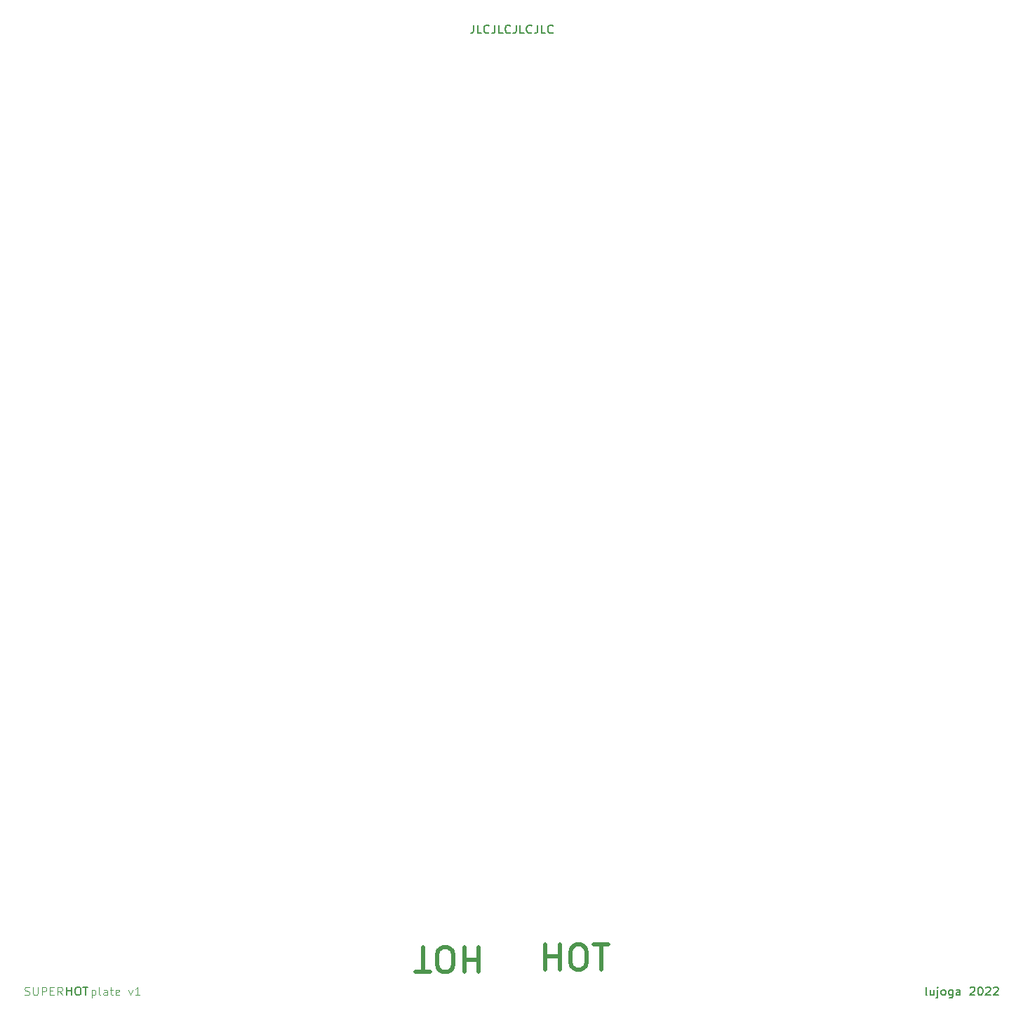
<source format=gto>
G04 #@! TF.GenerationSoftware,KiCad,Pcbnew,6.0.0*
G04 #@! TF.CreationDate,2022-01-10T21:46:17+01:00*
G04 #@! TF.ProjectId,superhotplate,73757065-7268-46f7-9470-6c6174652e6b,rev?*
G04 #@! TF.SameCoordinates,Original*
G04 #@! TF.FileFunction,Legend,Top*
G04 #@! TF.FilePolarity,Positive*
%FSLAX46Y46*%
G04 Gerber Fmt 4.6, Leading zero omitted, Abs format (unit mm)*
G04 Created by KiCad (PCBNEW 6.0.0) date 2022-01-10 21:46:17*
%MOMM*%
%LPD*%
G01*
G04 APERTURE LIST*
%ADD10C,0.150000*%
%ADD11C,0.500000*%
%ADD12C,0.200000*%
%ADD13C,0.100000*%
%ADD14C,0.381000*%
%ADD15C,8.600000*%
%ADD16C,4.700000*%
G04 APERTURE END LIST*
D10*
X85380952Y-31452380D02*
X85380952Y-32166666D01*
X85333333Y-32309523D01*
X85238095Y-32404761D01*
X85095238Y-32452380D01*
X85000000Y-32452380D01*
X86333333Y-32452380D02*
X85857142Y-32452380D01*
X85857142Y-31452380D01*
X87238095Y-32357142D02*
X87190476Y-32404761D01*
X87047619Y-32452380D01*
X86952380Y-32452380D01*
X86809523Y-32404761D01*
X86714285Y-32309523D01*
X86666666Y-32214285D01*
X86619047Y-32023809D01*
X86619047Y-31880952D01*
X86666666Y-31690476D01*
X86714285Y-31595238D01*
X86809523Y-31500000D01*
X86952380Y-31452380D01*
X87047619Y-31452380D01*
X87190476Y-31500000D01*
X87238095Y-31547619D01*
X87952380Y-31452380D02*
X87952380Y-32166666D01*
X87904761Y-32309523D01*
X87809523Y-32404761D01*
X87666666Y-32452380D01*
X87571428Y-32452380D01*
X88904761Y-32452380D02*
X88428571Y-32452380D01*
X88428571Y-31452380D01*
X89809523Y-32357142D02*
X89761904Y-32404761D01*
X89619047Y-32452380D01*
X89523809Y-32452380D01*
X89380952Y-32404761D01*
X89285714Y-32309523D01*
X89238095Y-32214285D01*
X89190476Y-32023809D01*
X89190476Y-31880952D01*
X89238095Y-31690476D01*
X89285714Y-31595238D01*
X89380952Y-31500000D01*
X89523809Y-31452380D01*
X89619047Y-31452380D01*
X89761904Y-31500000D01*
X89809523Y-31547619D01*
X90523809Y-31452380D02*
X90523809Y-32166666D01*
X90476190Y-32309523D01*
X90380952Y-32404761D01*
X90238095Y-32452380D01*
X90142857Y-32452380D01*
X91476190Y-32452380D02*
X91000000Y-32452380D01*
X91000000Y-31452380D01*
X92380952Y-32357142D02*
X92333333Y-32404761D01*
X92190476Y-32452380D01*
X92095238Y-32452380D01*
X91952380Y-32404761D01*
X91857142Y-32309523D01*
X91809523Y-32214285D01*
X91761904Y-32023809D01*
X91761904Y-31880952D01*
X91809523Y-31690476D01*
X91857142Y-31595238D01*
X91952380Y-31500000D01*
X92095238Y-31452380D01*
X92190476Y-31452380D01*
X92333333Y-31500000D01*
X92380952Y-31547619D01*
X93095238Y-31452380D02*
X93095238Y-32166666D01*
X93047619Y-32309523D01*
X92952380Y-32404761D01*
X92809523Y-32452380D01*
X92714285Y-32452380D01*
X94047619Y-32452380D02*
X93571428Y-32452380D01*
X93571428Y-31452380D01*
X94952380Y-32357142D02*
X94904761Y-32404761D01*
X94761904Y-32452380D01*
X94666666Y-32452380D01*
X94523809Y-32404761D01*
X94428571Y-32309523D01*
X94380952Y-32214285D01*
X94333333Y-32023809D01*
X94333333Y-31880952D01*
X94380952Y-31690476D01*
X94428571Y-31595238D01*
X94523809Y-31500000D01*
X94666666Y-31452380D01*
X94761904Y-31452380D01*
X94904761Y-31500000D01*
X94952380Y-31547619D01*
D11*
X85960714Y-142642857D02*
X85960714Y-145642857D01*
X85960714Y-144214285D02*
X84246428Y-144214285D01*
X84246428Y-142642857D02*
X84246428Y-145642857D01*
X82246428Y-145642857D02*
X81675000Y-145642857D01*
X81389285Y-145500000D01*
X81103571Y-145214285D01*
X80960714Y-144642857D01*
X80960714Y-143642857D01*
X81103571Y-143071428D01*
X81389285Y-142785714D01*
X81675000Y-142642857D01*
X82246428Y-142642857D01*
X82532142Y-142785714D01*
X82817857Y-143071428D01*
X82960714Y-143642857D01*
X82960714Y-144642857D01*
X82817857Y-145214285D01*
X82532142Y-145500000D01*
X82246428Y-145642857D01*
X80103571Y-145642857D02*
X78389285Y-145642857D01*
X79246428Y-142642857D02*
X79246428Y-145642857D01*
X94039285Y-145357142D02*
X94039285Y-142357142D01*
X94039285Y-143785714D02*
X95753571Y-143785714D01*
X95753571Y-145357142D02*
X95753571Y-142357142D01*
X97753571Y-142357142D02*
X98325000Y-142357142D01*
X98610714Y-142500000D01*
X98896428Y-142785714D01*
X99039285Y-143357142D01*
X99039285Y-144357142D01*
X98896428Y-144928571D01*
X98610714Y-145214285D01*
X98325000Y-145357142D01*
X97753571Y-145357142D01*
X97467857Y-145214285D01*
X97182142Y-144928571D01*
X97039285Y-144357142D01*
X97039285Y-143357142D01*
X97182142Y-142785714D01*
X97467857Y-142500000D01*
X97753571Y-142357142D01*
X99896428Y-142357142D02*
X101610714Y-142357142D01*
X100753571Y-145357142D02*
X100753571Y-142357142D01*
D12*
X36309523Y-148452380D02*
X36309523Y-147452380D01*
X36309523Y-147928571D02*
X36880952Y-147928571D01*
X36880952Y-148452380D02*
X36880952Y-147452380D01*
X37547619Y-147452380D02*
X37738095Y-147452380D01*
X37833333Y-147500000D01*
X37928571Y-147595238D01*
X37976190Y-147785714D01*
X37976190Y-148119047D01*
X37928571Y-148309523D01*
X37833333Y-148404761D01*
X37738095Y-148452380D01*
X37547619Y-148452380D01*
X37452380Y-148404761D01*
X37357142Y-148309523D01*
X37309523Y-148119047D01*
X37309523Y-147785714D01*
X37357142Y-147595238D01*
X37452380Y-147500000D01*
X37547619Y-147452380D01*
X38261904Y-147452380D02*
X38833333Y-147452380D01*
X38547619Y-148452380D02*
X38547619Y-147452380D01*
D13*
X39303095Y-147785714D02*
X39303095Y-148785714D01*
X39303095Y-147833333D02*
X39398333Y-147785714D01*
X39588809Y-147785714D01*
X39684047Y-147833333D01*
X39731666Y-147880952D01*
X39779285Y-147976190D01*
X39779285Y-148261904D01*
X39731666Y-148357142D01*
X39684047Y-148404761D01*
X39588809Y-148452380D01*
X39398333Y-148452380D01*
X39303095Y-148404761D01*
X40350714Y-148452380D02*
X40255476Y-148404761D01*
X40207857Y-148309523D01*
X40207857Y-147452380D01*
X41160238Y-148452380D02*
X41160238Y-147928571D01*
X41112619Y-147833333D01*
X41017380Y-147785714D01*
X40826904Y-147785714D01*
X40731666Y-147833333D01*
X41160238Y-148404761D02*
X41065000Y-148452380D01*
X40826904Y-148452380D01*
X40731666Y-148404761D01*
X40684047Y-148309523D01*
X40684047Y-148214285D01*
X40731666Y-148119047D01*
X40826904Y-148071428D01*
X41065000Y-148071428D01*
X41160238Y-148023809D01*
X41493571Y-147785714D02*
X41874523Y-147785714D01*
X41636428Y-147452380D02*
X41636428Y-148309523D01*
X41684047Y-148404761D01*
X41779285Y-148452380D01*
X41874523Y-148452380D01*
X42588809Y-148404761D02*
X42493571Y-148452380D01*
X42303095Y-148452380D01*
X42207857Y-148404761D01*
X42160238Y-148309523D01*
X42160238Y-147928571D01*
X42207857Y-147833333D01*
X42303095Y-147785714D01*
X42493571Y-147785714D01*
X42588809Y-147833333D01*
X42636428Y-147928571D01*
X42636428Y-148023809D01*
X42160238Y-148119047D01*
X43731666Y-147785714D02*
X43969761Y-148452380D01*
X44207857Y-147785714D01*
X45112619Y-148452380D02*
X44541190Y-148452380D01*
X44826904Y-148452380D02*
X44826904Y-147452380D01*
X44731666Y-147595238D01*
X44636428Y-147690476D01*
X44541190Y-147738095D01*
D10*
X140092976Y-148452380D02*
X139997738Y-148404761D01*
X139950119Y-148309523D01*
X139950119Y-147452380D01*
X140902500Y-147785714D02*
X140902500Y-148452380D01*
X140473928Y-147785714D02*
X140473928Y-148309523D01*
X140521547Y-148404761D01*
X140616785Y-148452380D01*
X140759642Y-148452380D01*
X140854880Y-148404761D01*
X140902500Y-148357142D01*
X141378690Y-147785714D02*
X141378690Y-148642857D01*
X141331071Y-148738095D01*
X141235833Y-148785714D01*
X141188214Y-148785714D01*
X141378690Y-147452380D02*
X141331071Y-147500000D01*
X141378690Y-147547619D01*
X141426309Y-147500000D01*
X141378690Y-147452380D01*
X141378690Y-147547619D01*
X141997738Y-148452380D02*
X141902500Y-148404761D01*
X141854880Y-148357142D01*
X141807261Y-148261904D01*
X141807261Y-147976190D01*
X141854880Y-147880952D01*
X141902500Y-147833333D01*
X141997738Y-147785714D01*
X142140595Y-147785714D01*
X142235833Y-147833333D01*
X142283452Y-147880952D01*
X142331071Y-147976190D01*
X142331071Y-148261904D01*
X142283452Y-148357142D01*
X142235833Y-148404761D01*
X142140595Y-148452380D01*
X141997738Y-148452380D01*
X143188214Y-147785714D02*
X143188214Y-148595238D01*
X143140595Y-148690476D01*
X143092976Y-148738095D01*
X142997738Y-148785714D01*
X142854880Y-148785714D01*
X142759642Y-148738095D01*
X143188214Y-148404761D02*
X143092976Y-148452380D01*
X142902500Y-148452380D01*
X142807261Y-148404761D01*
X142759642Y-148357142D01*
X142712023Y-148261904D01*
X142712023Y-147976190D01*
X142759642Y-147880952D01*
X142807261Y-147833333D01*
X142902500Y-147785714D01*
X143092976Y-147785714D01*
X143188214Y-147833333D01*
X144092976Y-148452380D02*
X144092976Y-147928571D01*
X144045357Y-147833333D01*
X143950119Y-147785714D01*
X143759642Y-147785714D01*
X143664404Y-147833333D01*
X144092976Y-148404761D02*
X143997738Y-148452380D01*
X143759642Y-148452380D01*
X143664404Y-148404761D01*
X143616785Y-148309523D01*
X143616785Y-148214285D01*
X143664404Y-148119047D01*
X143759642Y-148071428D01*
X143997738Y-148071428D01*
X144092976Y-148023809D01*
X145283452Y-147547619D02*
X145331071Y-147500000D01*
X145426309Y-147452380D01*
X145664404Y-147452380D01*
X145759642Y-147500000D01*
X145807261Y-147547619D01*
X145854880Y-147642857D01*
X145854880Y-147738095D01*
X145807261Y-147880952D01*
X145235833Y-148452380D01*
X145854880Y-148452380D01*
X146473928Y-147452380D02*
X146569166Y-147452380D01*
X146664404Y-147500000D01*
X146712023Y-147547619D01*
X146759642Y-147642857D01*
X146807261Y-147833333D01*
X146807261Y-148071428D01*
X146759642Y-148261904D01*
X146712023Y-148357142D01*
X146664404Y-148404761D01*
X146569166Y-148452380D01*
X146473928Y-148452380D01*
X146378690Y-148404761D01*
X146331071Y-148357142D01*
X146283452Y-148261904D01*
X146235833Y-148071428D01*
X146235833Y-147833333D01*
X146283452Y-147642857D01*
X146331071Y-147547619D01*
X146378690Y-147500000D01*
X146473928Y-147452380D01*
X147188214Y-147547619D02*
X147235833Y-147500000D01*
X147331071Y-147452380D01*
X147569166Y-147452380D01*
X147664404Y-147500000D01*
X147712023Y-147547619D01*
X147759642Y-147642857D01*
X147759642Y-147738095D01*
X147712023Y-147880952D01*
X147140595Y-148452380D01*
X147759642Y-148452380D01*
X148140595Y-147547619D02*
X148188214Y-147500000D01*
X148283452Y-147452380D01*
X148521547Y-147452380D01*
X148616785Y-147500000D01*
X148664404Y-147547619D01*
X148712023Y-147642857D01*
X148712023Y-147738095D01*
X148664404Y-147880952D01*
X148092976Y-148452380D01*
X148712023Y-148452380D01*
D13*
X31220714Y-148404761D02*
X31363571Y-148452380D01*
X31601666Y-148452380D01*
X31696904Y-148404761D01*
X31744523Y-148357142D01*
X31792142Y-148261904D01*
X31792142Y-148166666D01*
X31744523Y-148071428D01*
X31696904Y-148023809D01*
X31601666Y-147976190D01*
X31411190Y-147928571D01*
X31315952Y-147880952D01*
X31268333Y-147833333D01*
X31220714Y-147738095D01*
X31220714Y-147642857D01*
X31268333Y-147547619D01*
X31315952Y-147500000D01*
X31411190Y-147452380D01*
X31649285Y-147452380D01*
X31792142Y-147500000D01*
X32220714Y-147452380D02*
X32220714Y-148261904D01*
X32268333Y-148357142D01*
X32315952Y-148404761D01*
X32411190Y-148452380D01*
X32601666Y-148452380D01*
X32696904Y-148404761D01*
X32744523Y-148357142D01*
X32792142Y-148261904D01*
X32792142Y-147452380D01*
X33268333Y-148452380D02*
X33268333Y-147452380D01*
X33649285Y-147452380D01*
X33744523Y-147500000D01*
X33792142Y-147547619D01*
X33839761Y-147642857D01*
X33839761Y-147785714D01*
X33792142Y-147880952D01*
X33744523Y-147928571D01*
X33649285Y-147976190D01*
X33268333Y-147976190D01*
X34268333Y-147928571D02*
X34601666Y-147928571D01*
X34744523Y-148452380D02*
X34268333Y-148452380D01*
X34268333Y-147452380D01*
X34744523Y-147452380D01*
X35744523Y-148452380D02*
X35411190Y-147976190D01*
X35173095Y-148452380D02*
X35173095Y-147452380D01*
X35554047Y-147452380D01*
X35649285Y-147500000D01*
X35696904Y-147547619D01*
X35744523Y-147642857D01*
X35744523Y-147785714D01*
X35696904Y-147880952D01*
X35649285Y-147928571D01*
X35554047Y-147976190D01*
X35173095Y-147976190D01*
%LPC*%
D10*
X72000000Y-152000000D02*
X88000000Y-152000000D01*
X88000000Y-152000000D02*
X88000000Y-168000000D01*
X88000000Y-168000000D02*
X72000000Y-168000000D01*
X72000000Y-168000000D02*
X72000000Y-152000000D01*
G36*
X72000000Y-152000000D02*
G01*
X88000000Y-152000000D01*
X88000000Y-168000000D01*
X72000000Y-168000000D01*
X72000000Y-152000000D01*
G37*
X92000000Y-152000000D02*
X108000000Y-152000000D01*
X108000000Y-152000000D02*
X108000000Y-168000000D01*
X108000000Y-168000000D02*
X92000000Y-168000000D01*
X92000000Y-168000000D02*
X92000000Y-152000000D01*
G36*
X92000000Y-152000000D02*
G01*
X108000000Y-152000000D01*
X108000000Y-168000000D01*
X92000000Y-168000000D01*
X92000000Y-152000000D01*
G37*
D14*
X90508000Y-144460000D02*
X90000000Y-148016000D01*
X90000000Y-148016000D02*
X89873000Y-144460000D01*
X94699000Y-149794000D02*
X85301000Y-149794000D01*
X90000000Y-144460000D02*
X90508000Y-144460000D01*
X89492000Y-144460000D02*
X90000000Y-144460000D01*
X85301000Y-149794000D02*
X90000000Y-142809000D01*
X90000000Y-148016000D02*
X89492000Y-144460000D01*
X90000000Y-142809000D02*
X94699000Y-149794000D01*
X90000000Y-147889000D02*
X90127000Y-144460000D01*
X90127000Y-148905000D02*
G75*
G03*
X90127000Y-148905000I-127000J0D01*
G01*
X90359210Y-148905000D02*
G75*
G03*
X90359210Y-148905000I-359210J0D01*
G01*
D15*
X100000000Y-160000000D03*
D16*
X100000000Y-160000000D03*
X80000000Y-160000000D03*
D15*
X80000000Y-160000000D03*
M02*

</source>
